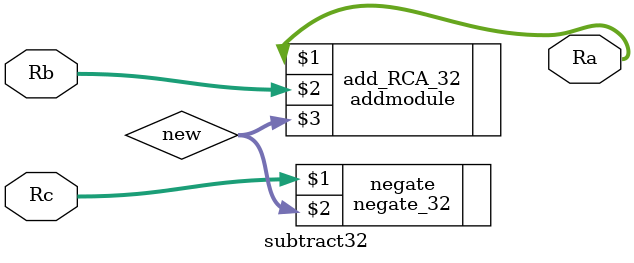
<source format=v>
module subtract32 (
	input [31:0] Rb, Rc,
	output [31:0] Ra
	);
	wire [31:0] new;
	negate_32 negate(Rc,new);
	addmodule add_RCA_32(Ra, Rb, new);
	
endmodule

</source>
